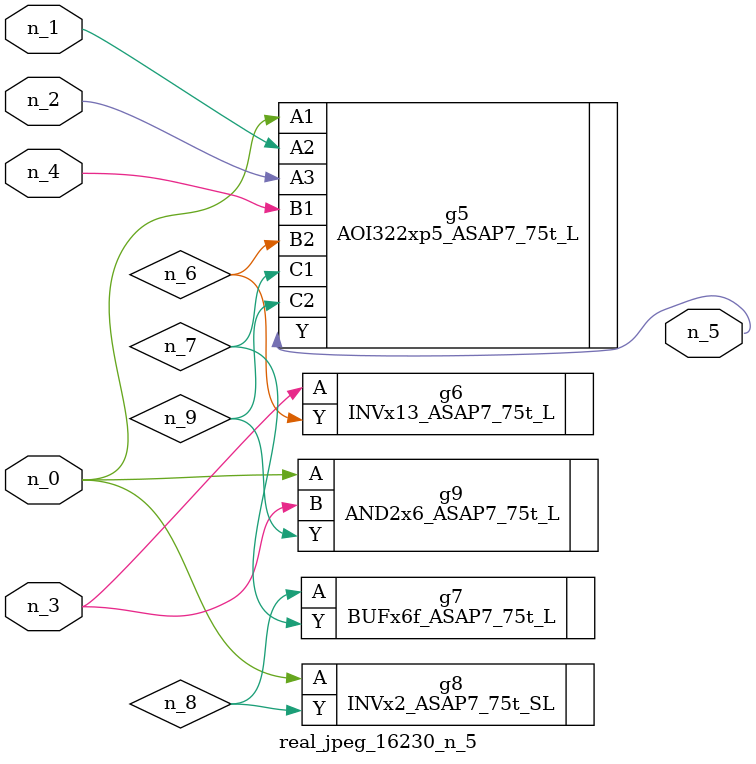
<source format=v>
module real_jpeg_16230_n_5 (n_4, n_0, n_1, n_2, n_3, n_5);

input n_4;
input n_0;
input n_1;
input n_2;
input n_3;

output n_5;

wire n_8;
wire n_6;
wire n_7;
wire n_9;

AOI322xp5_ASAP7_75t_L g5 ( 
.A1(n_0),
.A2(n_1),
.A3(n_2),
.B1(n_4),
.B2(n_6),
.C1(n_7),
.C2(n_9),
.Y(n_5)
);

INVx2_ASAP7_75t_SL g8 ( 
.A(n_0),
.Y(n_8)
);

AND2x6_ASAP7_75t_L g9 ( 
.A(n_0),
.B(n_3),
.Y(n_9)
);

INVx13_ASAP7_75t_L g6 ( 
.A(n_3),
.Y(n_6)
);

BUFx6f_ASAP7_75t_L g7 ( 
.A(n_8),
.Y(n_7)
);


endmodule
</source>
